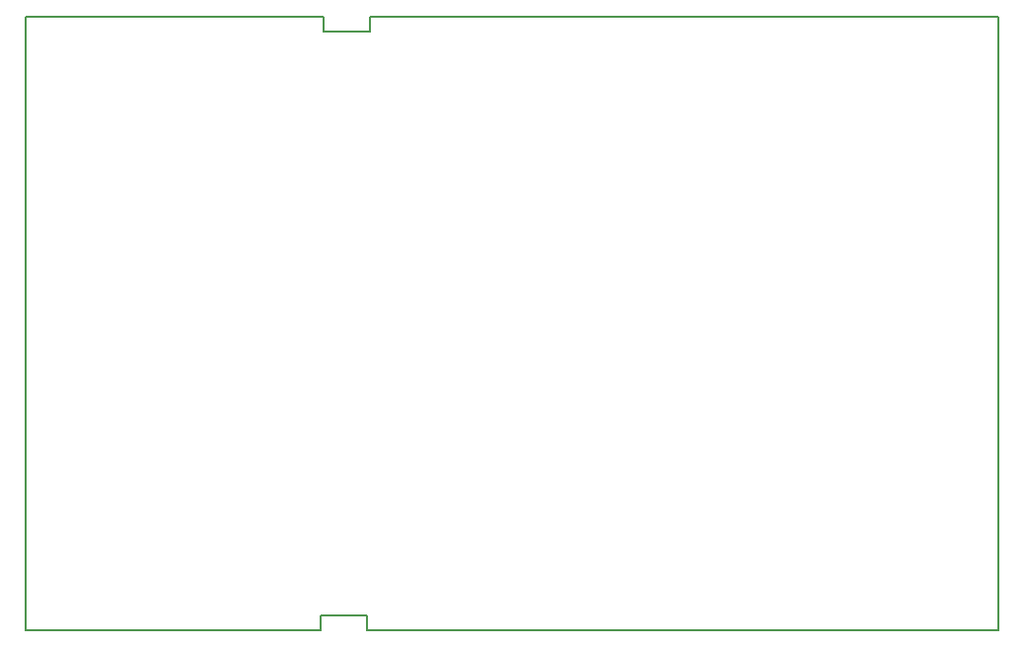
<source format=gbr>
%TF.GenerationSoftware,KiCad,Pcbnew,(5.99.0-11640-gb6664eecf2)*%
%TF.CreationDate,2021-09-02T00:48:37+05:30*%
%TF.ProjectId,AudioInterface,41756469-6f49-46e7-9465-72666163652e,rev?*%
%TF.SameCoordinates,Original*%
%TF.FileFunction,Profile,NP*%
%FSLAX46Y46*%
G04 Gerber Fmt 4.6, Leading zero omitted, Abs format (unit mm)*
G04 Created by KiCad (PCBNEW (5.99.0-11640-gb6664eecf2)) date 2021-09-02 00:48:37*
%MOMM*%
%LPD*%
G01*
G04 APERTURE LIST*
%TA.AperFunction,Profile*%
%ADD10C,0.150000*%
%TD*%
G04 APERTURE END LIST*
D10*
X165330000Y-47140000D02*
X165330000Y-48410000D01*
X219305000Y-47140000D02*
X219305000Y-99790000D01*
X165330000Y-48410000D02*
X161330000Y-48410000D01*
X165075000Y-98520000D02*
X161075000Y-98520000D01*
X135765000Y-47140000D02*
X161330000Y-47140000D01*
X219305000Y-99790000D02*
X165075000Y-99790000D01*
X161330000Y-47140000D02*
X161330000Y-48410000D01*
X165330000Y-47140000D02*
X219305000Y-47140000D01*
X161075000Y-98520000D02*
X161075000Y-99790000D01*
X135765000Y-99790000D02*
X135765000Y-47140000D01*
X165075000Y-99790000D02*
X165075000Y-98520000D01*
X161075000Y-99790000D02*
X135765000Y-99790000D01*
M02*

</source>
